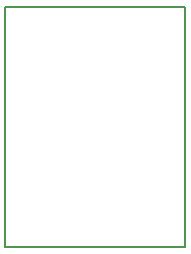
<source format=gbr>
G04 DipTrace 4.0.0.2*
G04 BoardOutline.gbr*
%MOIN*%
G04 #@! TF.FileFunction,Profile*
G04 #@! TF.Part,Single*
%ADD11C,0.005512*%
%FSLAX26Y26*%
G04*
G70*
G90*
G75*
G01*
G04 BoardOutline*
%LPD*%
X393700Y393700D2*
D11*
Y1193700D1*
X993700D1*
Y393700D1*
X393700D1*
M02*

</source>
